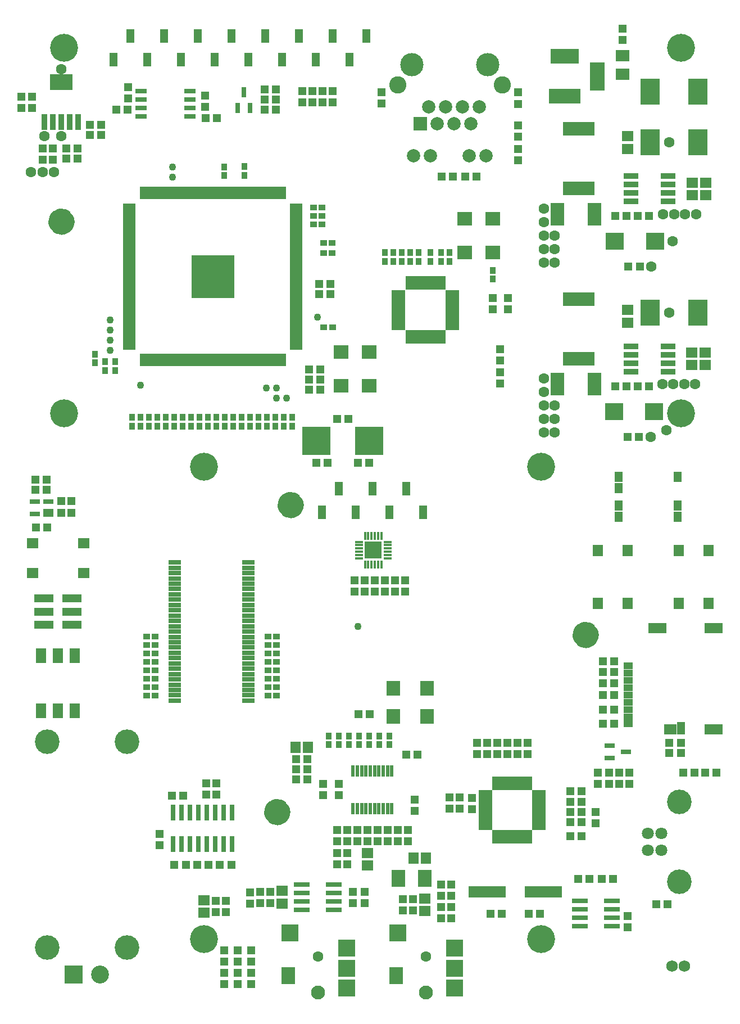
<source format=gts>
%FSLAX42Y42*%
%MOMM*%
G71*
G01*
G75*
G04 Layer_Color=8388736*
%ADD10C,1.00*%
%ADD11C,0.25*%
%ADD12R,1.00X1.10*%
%ADD13R,0.60X2.20*%
%ADD14R,1.10X1.00*%
%ADD15C,0.90*%
%ADD16R,2.00X1.80*%
%ADD17R,4.10X4.10*%
%ADD18R,1.55X1.30*%
%ADD19R,1.50X2.15*%
%ADD20R,2.30X2.30*%
%ADD21R,0.25X1.00*%
%ADD22R,1.00X0.25*%
%ADD23R,2.20X0.60*%
%ADD24R,0.30X1.75*%
%ADD25R,1.75X0.30*%
%ADD26R,6.20X6.20*%
%ADD27R,1.35X0.60*%
%ADD28R,1.35X1.00*%
%ADD29R,1.40X0.60*%
%ADD30R,1.50X0.60*%
%ADD31R,1.85X0.35*%
%ADD32R,0.35X1.55*%
%ADD33R,1.80X0.30*%
%ADD34R,0.30X1.80*%
%ADD35R,2.03X0.66*%
%ADD36R,2.75X1.00*%
%ADD37R,1.02X1.91*%
%ADD38R,2.45X2.40*%
%ADD39R,1.80X2.40*%
%ADD40R,1.70X0.50*%
%ADD41R,2.79X3.81*%
%ADD42R,4.60X1.80*%
%ADD43R,1.80X1.60*%
%ADD44R,2.55X2.45*%
%ADD45R,1.50X1.30*%
%ADD46R,1.80X3.20*%
%ADD47R,3.30X2.20*%
%ADD48R,0.65X2.20*%
%ADD49R,5.50X1.50*%
%ADD50R,1.80X2.00*%
%ADD51R,1.30X1.50*%
%ADD52R,0.70X0.90*%
%ADD53R,0.90X0.70*%
%ADD54R,1.00X1.40*%
%ADD55R,1.30X1.55*%
%ADD56R,0.60X1.40*%
%ADD57R,2.50X1.30*%
%ADD58R,1.00X1.70*%
%ADD59R,1.70X1.30*%
%ADD60R,1.20X0.80*%
%ADD61C,0.51*%
%ADD62C,0.64*%
%ADD63C,1.02*%
%ADD64C,2.50*%
%ADD65R,2.50X2.50*%
%ADD66C,3.30*%
%ADD67C,1.80*%
%ADD68R,1.80X1.80*%
%ADD69R,4.00X2.00*%
%ADD70R,2.00X4.00*%
%ADD71R,4.50X2.00*%
%ADD72C,3.50*%
%ADD73C,1.60*%
%ADD74C,1.90*%
%ADD75C,1.40*%
%ADD76C,2.40*%
%ADD77C,1.52*%
%ADD78C,0.60*%
%ADD79C,0.66*%
%ADD80C,4.00*%
%ADD81C,0.76*%
%ADD82C,2.52*%
%ADD83C,4.32*%
%ADD84C,2.12*%
%ADD85O,4.52X2.02*%
%ADD86C,2.02*%
%ADD87C,2.92*%
%ADD88C,2.42*%
%ADD89C,1.92*%
%ADD90C,1.32*%
%ADD91C,1.82*%
%ADD92C,3.52*%
%ADD93C,3.32*%
%ADD94O,4.02X2.02*%
%ADD95O,2.02X4.02*%
%ADD96C,2.73*%
%ADD97C,1.35*%
%ADD98R,1.80X1.25*%
%ADD99C,0.10*%
%ADD100C,0.25*%
%ADD101C,0.20*%
%ADD102C,0.60*%
%ADD103C,0.13*%
%ADD104C,0.03*%
%ADD105C,0.10*%
%ADD106C,0.55*%
%ADD107C,0.15*%
%ADD108R,1.42X0.36*%
%ADD109R,0.36X1.42*%
%ADD110R,2.51X8.92*%
%ADD111C,3.39*%
%ADD112R,1.20X1.30*%
%ADD113R,0.80X2.40*%
%ADD114R,1.30X1.20*%
%ADD115C,1.10*%
%ADD116R,2.20X2.00*%
%ADD117R,4.30X4.30*%
%ADD118R,1.75X1.50*%
%ADD119R,1.65X2.30*%
%ADD120R,2.50X2.50*%
%ADD121R,0.45X1.20*%
%ADD122R,1.20X0.45*%
%ADD123R,2.40X0.80*%
%ADD124R,0.50X1.95*%
%ADD125R,1.95X0.50*%
%ADD126R,6.40X6.40*%
%ADD127R,1.55X0.80*%
%ADD128R,1.55X1.20*%
%ADD129R,1.60X0.80*%
%ADD130R,1.70X0.80*%
%ADD131R,2.05X0.55*%
%ADD132R,0.55X1.75*%
%ADD133R,2.00X0.50*%
%ADD134R,0.50X2.00*%
%ADD135R,2.24X0.86*%
%ADD136R,2.95X1.20*%
%ADD137R,1.22X2.11*%
%ADD138R,2.65X2.60*%
%ADD139R,2.00X2.60*%
%ADD140R,1.90X0.70*%
%ADD141R,3.00X4.01*%
%ADD142R,4.80X2.00*%
%ADD143R,2.00X1.80*%
%ADD144R,2.75X2.65*%
%ADD145R,1.70X1.50*%
%ADD146R,2.00X3.40*%
%ADD147R,3.50X2.40*%
%ADD148R,0.85X2.40*%
%ADD149R,5.70X1.70*%
%ADD150R,2.00X2.20*%
%ADD151R,1.50X1.70*%
%ADD152R,0.90X1.10*%
%ADD153R,1.10X0.90*%
%ADD154R,1.20X1.60*%
%ADD155R,1.50X1.75*%
%ADD156R,0.80X1.60*%
%ADD157R,2.70X1.50*%
%ADD158R,1.20X1.90*%
%ADD159R,1.90X1.50*%
%ADD160R,1.40X1.00*%
%ADD161C,2.70*%
%ADD162R,2.70X2.70*%
%ADD163C,3.50*%
%ADD164C,2.00*%
%ADD165R,2.00X2.00*%
%ADD166R,4.20X2.20*%
%ADD167R,2.20X4.20*%
%ADD168R,4.70X2.20*%
%ADD169C,3.70*%
%ADD170C,1.80*%
%ADD171C,2.10*%
%ADD172C,1.60*%
%ADD173C,2.60*%
%ADD174C,1.73*%
%ADD175C,4.20*%
D111*
X843Y11836D02*
G03*
X843Y11836I-30J0D01*
G01*
X4094Y2946D02*
G03*
X4094Y2946I-30J0D01*
G01*
X8742Y5613D02*
G03*
X8742Y5613I-30J0D01*
G01*
X4297Y7569D02*
G03*
X4297Y7569I-30J0D01*
G01*
D112*
X3670Y869D02*
D03*
Y699D02*
D03*
X3467Y869D02*
D03*
Y699D02*
D03*
X3264Y869D02*
D03*
Y699D02*
D03*
Y526D02*
D03*
Y356D02*
D03*
X3467Y526D02*
D03*
Y356D02*
D03*
X3670Y526D02*
D03*
Y356D02*
D03*
X7544Y10513D02*
D03*
Y10683D02*
D03*
X2995Y3379D02*
D03*
X3147D02*
D03*
X7696Y13284D02*
D03*
Y13114D02*
D03*
Y12758D02*
D03*
Y12928D02*
D03*
X7419Y9400D02*
D03*
Y9570D02*
D03*
Y9913D02*
D03*
Y9743D02*
D03*
X7696Y13611D02*
D03*
X5634Y13616D02*
D03*
X7309Y10683D02*
D03*
Y10513D02*
D03*
X3147Y3209D02*
D03*
X2995D02*
D03*
X2296Y2617D02*
D03*
Y2447D02*
D03*
X9368Y3367D02*
D03*
Y3537D02*
D03*
X8898D02*
D03*
Y3367D02*
D03*
X9215Y3537D02*
D03*
Y3367D02*
D03*
X9063Y3537D02*
D03*
Y3367D02*
D03*
X2980Y13734D02*
D03*
Y13564D02*
D03*
X1816Y13691D02*
D03*
Y13861D02*
D03*
X4903Y13801D02*
D03*
Y13631D02*
D03*
X4445Y13801D02*
D03*
Y13631D02*
D03*
X4598Y13631D02*
D03*
Y13801D02*
D03*
X4750Y13631D02*
D03*
Y13801D02*
D03*
X5385Y6265D02*
D03*
Y6435D02*
D03*
X5537Y6265D02*
D03*
Y6435D02*
D03*
X5690Y6265D02*
D03*
Y6435D02*
D03*
X5842Y6265D02*
D03*
Y6435D02*
D03*
X5232Y6265D02*
D03*
Y6435D02*
D03*
X960Y7626D02*
D03*
Y7456D02*
D03*
X808Y7626D02*
D03*
Y7456D02*
D03*
X9271Y14571D02*
D03*
Y14741D02*
D03*
X681Y12940D02*
D03*
Y12770D02*
D03*
X366Y13717D02*
D03*
Y13547D02*
D03*
X213Y13717D02*
D03*
Y13547D02*
D03*
X529Y12940D02*
D03*
Y12770D02*
D03*
X8865Y2952D02*
D03*
Y2782D02*
D03*
X7839Y3819D02*
D03*
Y3989D02*
D03*
X7686Y3819D02*
D03*
Y3989D02*
D03*
X7534Y3819D02*
D03*
Y3989D02*
D03*
X7381Y3819D02*
D03*
Y3989D02*
D03*
X7229Y3819D02*
D03*
Y3989D02*
D03*
X7076Y3819D02*
D03*
Y3989D02*
D03*
X9346Y1209D02*
D03*
Y1379D02*
D03*
X6998Y2991D02*
D03*
Y3161D02*
D03*
X6813Y2996D02*
D03*
Y3166D02*
D03*
X6660Y2996D02*
D03*
Y3166D02*
D03*
X5207Y1579D02*
D03*
Y1749D02*
D03*
X5118Y2506D02*
D03*
Y2676D02*
D03*
Y2163D02*
D03*
Y2333D02*
D03*
X4966Y2506D02*
D03*
Y2676D02*
D03*
Y2163D02*
D03*
Y2333D02*
D03*
X3137Y1609D02*
D03*
Y1439D02*
D03*
X3289Y1609D02*
D03*
Y1439D02*
D03*
X3658Y1736D02*
D03*
Y1566D02*
D03*
X3962Y1579D02*
D03*
Y1749D02*
D03*
X3810Y1579D02*
D03*
Y1749D02*
D03*
X5271Y2506D02*
D03*
Y2676D02*
D03*
X6689Y1687D02*
D03*
Y1857D02*
D03*
X5423Y2506D02*
D03*
Y2676D02*
D03*
X6537Y1687D02*
D03*
Y1857D02*
D03*
Y1344D02*
D03*
Y1514D02*
D03*
X6689Y1514D02*
D03*
Y1344D02*
D03*
X5575Y2506D02*
D03*
Y2676D02*
D03*
X6033D02*
D03*
Y2506D02*
D03*
X5880Y2676D02*
D03*
Y2506D02*
D03*
X5728Y2676D02*
D03*
Y2506D02*
D03*
X6108Y1638D02*
D03*
Y1468D02*
D03*
X5956Y1638D02*
D03*
Y1468D02*
D03*
X4757Y3372D02*
D03*
Y3202D02*
D03*
X6134Y3133D02*
D03*
Y2963D02*
D03*
X5994Y6435D02*
D03*
Y6265D02*
D03*
X7696Y13781D02*
D03*
X5634Y13786D02*
D03*
X4991Y3374D02*
D03*
Y3204D02*
D03*
X5385Y1749D02*
D03*
Y1579D02*
D03*
D113*
X2753Y2943D02*
D03*
X2880D02*
D03*
X2499Y2463D02*
D03*
X2626D02*
D03*
X2753D02*
D03*
X2880D02*
D03*
X3007D02*
D03*
X3134D02*
D03*
X3261D02*
D03*
X3388D02*
D03*
X2499Y2943D02*
D03*
X2626D02*
D03*
X3007D02*
D03*
X3134D02*
D03*
X3261D02*
D03*
X3388D02*
D03*
D114*
X7068Y12517D02*
D03*
X6898D02*
D03*
X6542D02*
D03*
X6712D02*
D03*
X9948Y1560D02*
D03*
X9778D02*
D03*
X2475Y3192D02*
D03*
X2645D02*
D03*
X2859Y2151D02*
D03*
X3029D02*
D03*
X2516D02*
D03*
X2686D02*
D03*
X3202D02*
D03*
X3372D02*
D03*
X10181Y3537D02*
D03*
X10350D02*
D03*
X10682D02*
D03*
X10512D02*
D03*
X1642Y13526D02*
D03*
X1812D02*
D03*
X3158Y13399D02*
D03*
X2988D02*
D03*
X4698Y10894D02*
D03*
X4868D02*
D03*
X4868Y10742D02*
D03*
X4698D02*
D03*
X588Y7795D02*
D03*
X418D02*
D03*
X4542Y9608D02*
D03*
X4712D02*
D03*
X4967Y8862D02*
D03*
X5137D02*
D03*
X4712Y9303D02*
D03*
X4542D02*
D03*
X4712Y9455D02*
D03*
X4542D02*
D03*
X588Y7948D02*
D03*
X418D02*
D03*
X4652Y8202D02*
D03*
X4822D02*
D03*
X5452D02*
D03*
X5282D02*
D03*
X431Y7236D02*
D03*
X601D02*
D03*
X9669Y11923D02*
D03*
X9499D02*
D03*
X9527Y11161D02*
D03*
X9357D02*
D03*
X9326Y11923D02*
D03*
X9156D02*
D03*
X9669Y9357D02*
D03*
X9499D02*
D03*
X9514Y8595D02*
D03*
X9344D02*
D03*
X9326Y9357D02*
D03*
X9156D02*
D03*
X889Y12789D02*
D03*
X1059D02*
D03*
X1414Y13294D02*
D03*
X1244D02*
D03*
X1244Y13142D02*
D03*
X1414D02*
D03*
X1059Y12941D02*
D03*
X889D02*
D03*
X8647Y2952D02*
D03*
X8477D02*
D03*
X8647Y3104D02*
D03*
X8477D02*
D03*
X8602Y1938D02*
D03*
X8772D02*
D03*
X8957D02*
D03*
X9127D02*
D03*
X8647Y2586D02*
D03*
X8477D02*
D03*
X8028Y1415D02*
D03*
X7858D02*
D03*
X7279D02*
D03*
X7449D02*
D03*
X8647Y3257D02*
D03*
X8477D02*
D03*
X8477Y2799D02*
D03*
X8647D02*
D03*
X6181Y3810D02*
D03*
X6011D02*
D03*
X5457Y4417D02*
D03*
X5287D02*
D03*
X4351Y3442D02*
D03*
X4521D02*
D03*
X4351Y3747D02*
D03*
X4521D02*
D03*
X4351Y3594D02*
D03*
X4521D02*
D03*
X8970Y5220D02*
D03*
X9140D02*
D03*
X4047Y13825D02*
D03*
X3877D02*
D03*
X4047Y13520D02*
D03*
X3877D02*
D03*
X4047Y13672D02*
D03*
X3877D02*
D03*
X8970Y5055D02*
D03*
X9140D02*
D03*
X9975Y3988D02*
D03*
X10145D02*
D03*
Y3835D02*
D03*
X9975D02*
D03*
X9140Y4890D02*
D03*
X8970D02*
D03*
X9140Y4705D02*
D03*
X8970D02*
D03*
X9140Y4485D02*
D03*
X8970D02*
D03*
X9140Y4275D02*
D03*
X8970D02*
D03*
D115*
X2489Y12662D02*
D03*
Y12510D02*
D03*
X4674Y10401D02*
D03*
X4051Y9335D02*
D03*
Y9182D02*
D03*
X4204D02*
D03*
X3899Y9335D02*
D03*
X1550Y10356D02*
D03*
Y10203D02*
D03*
Y10051D02*
D03*
Y9899D02*
D03*
X2007Y9373D02*
D03*
X5283Y5740D02*
D03*
D116*
X6889Y11882D02*
D03*
Y11374D02*
D03*
X7309D02*
D03*
Y11882D02*
D03*
X5447Y9362D02*
D03*
Y9870D02*
D03*
X5027D02*
D03*
Y9362D02*
D03*
D117*
X5452Y8532D02*
D03*
X4652D02*
D03*
D118*
X376Y6995D02*
D03*
X1146Y6993D02*
D03*
Y6545D02*
D03*
X376D02*
D03*
D119*
X1011Y4476D02*
D03*
X757D02*
D03*
X503D02*
D03*
Y5301D02*
D03*
X757D02*
D03*
X1011D02*
D03*
D120*
X5512Y6891D02*
D03*
D121*
X5637Y6675D02*
D03*
X5587D02*
D03*
X5487D02*
D03*
X5387D02*
D03*
Y7106D02*
D03*
X5437D02*
D03*
X5487D02*
D03*
X5537D02*
D03*
X5587D02*
D03*
X5637D02*
D03*
X5437Y6675D02*
D03*
X5537D02*
D03*
D122*
X5296Y6816D02*
D03*
Y6866D02*
D03*
Y6916D02*
D03*
Y6966D02*
D03*
Y7016D02*
D03*
X5727D02*
D03*
Y6966D02*
D03*
Y6916D02*
D03*
Y6866D02*
D03*
Y6816D02*
D03*
Y6766D02*
D03*
X5296D02*
D03*
D123*
X9104Y1231D02*
D03*
Y1358D02*
D03*
Y1485D02*
D03*
Y1612D02*
D03*
X8624Y1231D02*
D03*
Y1358D02*
D03*
Y1485D02*
D03*
Y1612D02*
D03*
X4435Y1854D02*
D03*
Y1727D02*
D03*
Y1600D02*
D03*
Y1473D02*
D03*
X4915Y1854D02*
D03*
Y1727D02*
D03*
Y1600D02*
D03*
Y1473D02*
D03*
D124*
X4169Y12266D02*
D03*
X4119D02*
D03*
X4069D02*
D03*
X4019D02*
D03*
X3919D02*
D03*
X3869D02*
D03*
X3819D02*
D03*
X3769D02*
D03*
X3719D02*
D03*
X3669D02*
D03*
X3619D02*
D03*
X3569D02*
D03*
X3519D02*
D03*
X3469D02*
D03*
X3419D02*
D03*
X3369D02*
D03*
X3319D02*
D03*
X3269D02*
D03*
X3219D02*
D03*
X3169D02*
D03*
X3119D02*
D03*
X3069D02*
D03*
X3019D02*
D03*
X2969D02*
D03*
X2919D02*
D03*
X2869D02*
D03*
X2819D02*
D03*
X2769D02*
D03*
X2719D02*
D03*
X2669D02*
D03*
X2619D02*
D03*
X2569D02*
D03*
X2519D02*
D03*
X2469D02*
D03*
X2419D02*
D03*
X2369D02*
D03*
X2319D02*
D03*
X2269D02*
D03*
X2219D02*
D03*
X2169D02*
D03*
X2119D02*
D03*
X2069D02*
D03*
X2019D02*
D03*
Y9751D02*
D03*
X2069D02*
D03*
X2119D02*
D03*
X2219D02*
D03*
X2269D02*
D03*
X2319D02*
D03*
X2369D02*
D03*
X2419D02*
D03*
X2469D02*
D03*
X2519D02*
D03*
X2569D02*
D03*
X2619D02*
D03*
X2669D02*
D03*
X2719D02*
D03*
X2769D02*
D03*
X2819D02*
D03*
X2869D02*
D03*
X2919D02*
D03*
X2969D02*
D03*
X3019D02*
D03*
X3069D02*
D03*
X3119D02*
D03*
X3169D02*
D03*
X3219D02*
D03*
X3269D02*
D03*
X3319D02*
D03*
X3369D02*
D03*
X3419D02*
D03*
X3469D02*
D03*
X3519D02*
D03*
X3569D02*
D03*
X3619D02*
D03*
X3669D02*
D03*
X3719D02*
D03*
X3769D02*
D03*
X3819D02*
D03*
X3869D02*
D03*
X3919D02*
D03*
X3969D02*
D03*
X4019D02*
D03*
X4069D02*
D03*
X4119D02*
D03*
X4169D02*
D03*
X2169D02*
D03*
X3969Y12266D02*
D03*
D125*
X1836Y12083D02*
D03*
Y12033D02*
D03*
Y11983D02*
D03*
Y11933D02*
D03*
Y11883D02*
D03*
Y11833D02*
D03*
Y11783D02*
D03*
Y11733D02*
D03*
Y11683D02*
D03*
Y11633D02*
D03*
Y11583D02*
D03*
Y11533D02*
D03*
Y11483D02*
D03*
Y11433D02*
D03*
Y11383D02*
D03*
Y11333D02*
D03*
Y11283D02*
D03*
Y11233D02*
D03*
Y11183D02*
D03*
Y11133D02*
D03*
Y11083D02*
D03*
Y11033D02*
D03*
Y10983D02*
D03*
Y10933D02*
D03*
Y10883D02*
D03*
Y10833D02*
D03*
Y10783D02*
D03*
Y10733D02*
D03*
Y10683D02*
D03*
Y10633D02*
D03*
Y10583D02*
D03*
Y10533D02*
D03*
Y10483D02*
D03*
Y10433D02*
D03*
Y10383D02*
D03*
Y10233D02*
D03*
Y10183D02*
D03*
Y10033D02*
D03*
Y9983D02*
D03*
Y9933D02*
D03*
X4351D02*
D03*
Y9983D02*
D03*
Y10033D02*
D03*
Y10083D02*
D03*
Y10133D02*
D03*
Y10183D02*
D03*
Y10233D02*
D03*
Y10283D02*
D03*
Y10333D02*
D03*
Y10383D02*
D03*
Y10433D02*
D03*
Y10483D02*
D03*
Y10533D02*
D03*
Y10583D02*
D03*
Y10633D02*
D03*
Y10683D02*
D03*
Y10733D02*
D03*
Y10783D02*
D03*
Y10833D02*
D03*
Y10883D02*
D03*
Y10933D02*
D03*
Y10983D02*
D03*
Y11033D02*
D03*
Y11083D02*
D03*
Y11133D02*
D03*
Y11183D02*
D03*
Y11233D02*
D03*
Y11283D02*
D03*
Y11333D02*
D03*
Y11383D02*
D03*
Y11433D02*
D03*
Y11483D02*
D03*
Y11533D02*
D03*
Y11583D02*
D03*
Y11633D02*
D03*
Y11683D02*
D03*
Y11733D02*
D03*
Y11783D02*
D03*
Y11833D02*
D03*
Y11883D02*
D03*
Y11933D02*
D03*
Y11983D02*
D03*
Y12033D02*
D03*
Y12083D02*
D03*
X1836Y10333D02*
D03*
Y10283D02*
D03*
Y10133D02*
D03*
Y10083D02*
D03*
D126*
X3094Y11008D02*
D03*
D127*
X412Y7432D02*
D03*
Y7624D02*
D03*
X618D02*
D03*
D128*
Y7452D02*
D03*
D129*
X9316Y3852D02*
D03*
X9076Y3757D02*
D03*
Y3947D02*
D03*
D130*
X2011Y13806D02*
D03*
Y13679D02*
D03*
Y13552D02*
D03*
Y13425D02*
D03*
X2746Y13806D02*
D03*
Y13679D02*
D03*
Y13552D02*
D03*
Y13425D02*
D03*
D131*
X5892Y2050D02*
D03*
Y2000D02*
D03*
Y1950D02*
D03*
Y1900D02*
D03*
Y1850D02*
D03*
X6292Y2050D02*
D03*
Y2000D02*
D03*
Y1950D02*
D03*
Y1900D02*
D03*
Y1850D02*
D03*
D132*
X5208Y2997D02*
D03*
X5272D02*
D03*
X5338D02*
D03*
X5403D02*
D03*
X5467D02*
D03*
X5533D02*
D03*
X5597D02*
D03*
X5662D02*
D03*
X5728D02*
D03*
X5792D02*
D03*
X5208Y3567D02*
D03*
X5272D02*
D03*
X5338D02*
D03*
X5403D02*
D03*
X5467D02*
D03*
X5533D02*
D03*
X5597D02*
D03*
X5662D02*
D03*
X5728D02*
D03*
X5792D02*
D03*
D133*
X8009Y2702D02*
D03*
Y2752D02*
D03*
Y2802D02*
D03*
Y2852D02*
D03*
Y2902D02*
D03*
Y2952D02*
D03*
Y3002D02*
D03*
Y3052D02*
D03*
Y3102D02*
D03*
Y3152D02*
D03*
Y3202D02*
D03*
Y3252D02*
D03*
X7199D02*
D03*
Y3202D02*
D03*
Y3152D02*
D03*
Y3102D02*
D03*
Y3052D02*
D03*
Y3002D02*
D03*
Y2952D02*
D03*
Y2902D02*
D03*
Y2852D02*
D03*
Y2802D02*
D03*
Y2752D02*
D03*
Y2702D02*
D03*
X5892Y10783D02*
D03*
Y10733D02*
D03*
Y10683D02*
D03*
Y10633D02*
D03*
Y10583D02*
D03*
Y10533D02*
D03*
Y10483D02*
D03*
Y10433D02*
D03*
Y10383D02*
D03*
Y10333D02*
D03*
Y10283D02*
D03*
Y10233D02*
D03*
X6702D02*
D03*
Y10283D02*
D03*
Y10333D02*
D03*
Y10383D02*
D03*
Y10433D02*
D03*
Y10483D02*
D03*
Y10533D02*
D03*
Y10583D02*
D03*
Y10633D02*
D03*
Y10683D02*
D03*
Y10733D02*
D03*
Y10783D02*
D03*
D134*
X7879Y3382D02*
D03*
X7829D02*
D03*
X7779D02*
D03*
X7729D02*
D03*
X7679D02*
D03*
X7629D02*
D03*
X7579D02*
D03*
X7529D02*
D03*
X7479D02*
D03*
X7429D02*
D03*
X7379D02*
D03*
X7329D02*
D03*
Y2572D02*
D03*
X7379D02*
D03*
X7429D02*
D03*
X7479D02*
D03*
X7529D02*
D03*
X7579D02*
D03*
X7629D02*
D03*
X7679D02*
D03*
X7729D02*
D03*
X7779D02*
D03*
X7829D02*
D03*
X7879D02*
D03*
X6022Y10103D02*
D03*
X6072D02*
D03*
X6122D02*
D03*
X6172D02*
D03*
X6222D02*
D03*
X6272D02*
D03*
X6322D02*
D03*
X6372D02*
D03*
X6422D02*
D03*
X6472D02*
D03*
X6522D02*
D03*
X6572D02*
D03*
Y10913D02*
D03*
X6522D02*
D03*
X6472D02*
D03*
X6422D02*
D03*
X6372D02*
D03*
X6322D02*
D03*
X6272D02*
D03*
X6222D02*
D03*
X6172D02*
D03*
X6122D02*
D03*
X6072D02*
D03*
X6022D02*
D03*
D135*
X9393Y9954D02*
D03*
Y9827D02*
D03*
Y9700D02*
D03*
Y9573D02*
D03*
X9952Y9954D02*
D03*
Y9827D02*
D03*
Y9700D02*
D03*
Y9573D02*
D03*
X9393Y12520D02*
D03*
Y12393D02*
D03*
Y12266D02*
D03*
Y12139D02*
D03*
X9952Y12520D02*
D03*
Y12393D02*
D03*
Y12266D02*
D03*
Y12139D02*
D03*
D136*
X548Y6166D02*
D03*
Y5966D02*
D03*
Y5766D02*
D03*
X973Y6166D02*
D03*
Y5966D02*
D03*
Y5766D02*
D03*
D137*
X5156Y14272D02*
D03*
X5410Y14628D02*
D03*
X4648Y14272D02*
D03*
X4902Y14628D02*
D03*
X4140Y14272D02*
D03*
X4394Y14628D02*
D03*
X3632Y14272D02*
D03*
X3886Y14628D02*
D03*
X3124Y14272D02*
D03*
X3378Y14628D02*
D03*
X2616Y14272D02*
D03*
X2870Y14628D02*
D03*
X2362D02*
D03*
X1854D02*
D03*
X2108Y14272D02*
D03*
X1600D02*
D03*
X6262Y7460D02*
D03*
X5754D02*
D03*
X6008Y7816D02*
D03*
X5500D02*
D03*
X4992D02*
D03*
X5246Y7460D02*
D03*
X4738D02*
D03*
D138*
X5115Y898D02*
D03*
Y598D02*
D03*
X4260Y1128D02*
D03*
X5115Y298D02*
D03*
X6740Y898D02*
D03*
Y598D02*
D03*
X5885Y1128D02*
D03*
X6740Y298D02*
D03*
D139*
X4228Y488D02*
D03*
X5853D02*
D03*
D140*
X2523Y6705D02*
D03*
Y6625D02*
D03*
Y6545D02*
D03*
Y6465D02*
D03*
Y6385D02*
D03*
Y6305D02*
D03*
Y6225D02*
D03*
Y6145D02*
D03*
Y6065D02*
D03*
Y5985D02*
D03*
Y5905D02*
D03*
Y5825D02*
D03*
Y5745D02*
D03*
Y5665D02*
D03*
Y5585D02*
D03*
Y5505D02*
D03*
Y5425D02*
D03*
Y5345D02*
D03*
Y5265D02*
D03*
Y5185D02*
D03*
Y5105D02*
D03*
Y5025D02*
D03*
Y4945D02*
D03*
Y4865D02*
D03*
Y4785D02*
D03*
Y4705D02*
D03*
Y4625D02*
D03*
X3628Y6705D02*
D03*
Y6625D02*
D03*
Y6545D02*
D03*
Y6465D02*
D03*
Y6385D02*
D03*
Y6305D02*
D03*
Y6225D02*
D03*
Y6145D02*
D03*
Y6065D02*
D03*
Y5985D02*
D03*
Y5905D02*
D03*
Y5825D02*
D03*
Y5745D02*
D03*
Y5665D02*
D03*
Y5585D02*
D03*
Y5505D02*
D03*
Y5425D02*
D03*
Y5345D02*
D03*
Y5265D02*
D03*
Y5185D02*
D03*
Y5105D02*
D03*
Y5025D02*
D03*
Y4945D02*
D03*
Y4865D02*
D03*
Y4785D02*
D03*
Y4705D02*
D03*
Y4625D02*
D03*
D141*
X10399Y13028D02*
D03*
X9685D02*
D03*
X10399Y13790D02*
D03*
X9685D02*
D03*
X10399Y10462D02*
D03*
X9685D02*
D03*
D142*
X8606Y12336D02*
D03*
Y13236D02*
D03*
Y9771D02*
D03*
Y10671D02*
D03*
D143*
X9271Y14339D02*
D03*
Y14059D02*
D03*
D144*
X9154Y11542D02*
D03*
X9759D02*
D03*
X9142Y8976D02*
D03*
X9746D02*
D03*
D145*
X10320Y12234D02*
D03*
Y12424D02*
D03*
X10524Y12234D02*
D03*
Y12424D02*
D03*
X9342Y12933D02*
D03*
Y13123D02*
D03*
X10308Y9675D02*
D03*
Y9865D02*
D03*
X10514Y9675D02*
D03*
Y9865D02*
D03*
X9342Y10316D02*
D03*
Y10506D02*
D03*
X2959Y1619D02*
D03*
Y1429D02*
D03*
X4140Y1569D02*
D03*
Y1759D02*
D03*
X5423Y2140D02*
D03*
Y2330D02*
D03*
X6287Y1644D02*
D03*
Y1454D02*
D03*
D146*
X8288Y11948D02*
D03*
X8848D02*
D03*
X8288Y9395D02*
D03*
X8848D02*
D03*
D147*
X808Y13935D02*
D03*
D148*
X1062Y13335D02*
D03*
X935D02*
D03*
X808D02*
D03*
X681D02*
D03*
X554D02*
D03*
D149*
X8076Y1745D02*
D03*
X7226D02*
D03*
D150*
X5812Y4810D02*
D03*
Y4390D02*
D03*
X6320Y4810D02*
D03*
Y4390D02*
D03*
D151*
X6116Y2257D02*
D03*
X6306D02*
D03*
X4341Y3924D02*
D03*
X4531D02*
D03*
D152*
X3145Y8889D02*
D03*
Y8759D02*
D03*
X3018Y8889D02*
D03*
Y8759D02*
D03*
X2891Y8889D02*
D03*
Y8759D02*
D03*
X2764Y8889D02*
D03*
Y8759D02*
D03*
X2637Y8889D02*
D03*
Y8759D02*
D03*
X2510Y8889D02*
D03*
Y8759D02*
D03*
X2383Y8889D02*
D03*
Y8759D02*
D03*
X2256Y8889D02*
D03*
Y8759D02*
D03*
X2129Y8889D02*
D03*
Y8759D02*
D03*
X2002Y8889D02*
D03*
Y8759D02*
D03*
X1875Y8889D02*
D03*
Y8759D02*
D03*
X1621Y9727D02*
D03*
Y9597D02*
D03*
X1468Y9727D02*
D03*
Y9597D02*
D03*
X1316Y9841D02*
D03*
Y9711D02*
D03*
X4161Y8889D02*
D03*
Y8759D02*
D03*
X3272Y8759D02*
D03*
Y8889D02*
D03*
X3653Y8889D02*
D03*
Y8759D02*
D03*
X3399Y8759D02*
D03*
Y8889D02*
D03*
X3526Y8889D02*
D03*
Y8759D02*
D03*
X3780Y8889D02*
D03*
Y8759D02*
D03*
X3907Y8889D02*
D03*
Y8759D02*
D03*
X4034Y8889D02*
D03*
Y8759D02*
D03*
X4288Y8759D02*
D03*
Y8889D02*
D03*
X5685Y11238D02*
D03*
Y11368D02*
D03*
X3269Y12661D02*
D03*
Y12531D02*
D03*
X3569Y12665D02*
D03*
Y12535D02*
D03*
X6662Y11238D02*
D03*
Y11368D02*
D03*
X6535Y11238D02*
D03*
Y11368D02*
D03*
X6370Y11238D02*
D03*
Y11368D02*
D03*
X6193Y11238D02*
D03*
Y11368D02*
D03*
X6066Y11238D02*
D03*
Y11368D02*
D03*
X5939Y11238D02*
D03*
Y11368D02*
D03*
X5812Y11238D02*
D03*
Y11368D02*
D03*
X7309Y10971D02*
D03*
Y11101D02*
D03*
X5144Y3961D02*
D03*
Y4091D02*
D03*
X5601Y3961D02*
D03*
Y4091D02*
D03*
X5296Y3961D02*
D03*
Y4091D02*
D03*
X5448Y3961D02*
D03*
Y4091D02*
D03*
X4991Y3961D02*
D03*
Y4091D02*
D03*
X4839Y3961D02*
D03*
Y4091D02*
D03*
X5753Y3961D02*
D03*
Y4091D02*
D03*
D153*
X3923Y4699D02*
D03*
X4053D02*
D03*
X3923Y4826D02*
D03*
X4053D02*
D03*
X3923Y4953D02*
D03*
X4053D02*
D03*
X3923Y5080D02*
D03*
X4053D02*
D03*
X3923Y5207D02*
D03*
X4053D02*
D03*
X3923Y5334D02*
D03*
X4053D02*
D03*
X3923Y5461D02*
D03*
X4053D02*
D03*
X3923Y5588D02*
D03*
X4053D02*
D03*
X2224D02*
D03*
X2094D02*
D03*
X2224Y5461D02*
D03*
X2094D02*
D03*
X2224Y5334D02*
D03*
X2094D02*
D03*
X2224Y5207D02*
D03*
X2094D02*
D03*
X2224Y5080D02*
D03*
X2094D02*
D03*
X2224Y4953D02*
D03*
X2094D02*
D03*
X2224Y4826D02*
D03*
X2094D02*
D03*
X2224Y4699D02*
D03*
X2094D02*
D03*
X4767Y10244D02*
D03*
X4897D02*
D03*
X4609Y11925D02*
D03*
X4739D02*
D03*
X4609Y11798D02*
D03*
X4739D02*
D03*
X4891Y11367D02*
D03*
X4761D02*
D03*
X4739Y12052D02*
D03*
X4609D02*
D03*
X4891Y11519D02*
D03*
X4761D02*
D03*
D154*
X9207Y7396D02*
D03*
Y7566D02*
D03*
X10097D02*
D03*
Y7396D02*
D03*
Y7996D02*
D03*
X9207D02*
D03*
Y7826D02*
D03*
D155*
X8897Y6883D02*
D03*
Y6088D02*
D03*
X9347D02*
D03*
Y6883D02*
D03*
X10114Y6881D02*
D03*
Y6086D02*
D03*
X10564D02*
D03*
Y6881D02*
D03*
D156*
X3467Y13545D02*
D03*
X3657D02*
D03*
X3562Y13785D02*
D03*
D157*
X10640Y4190D02*
D03*
Y5716D02*
D03*
X9790D02*
D03*
D158*
X10145Y4210D02*
D03*
D159*
X9985Y4190D02*
D03*
D160*
X9350Y4705D02*
D03*
Y4815D02*
D03*
Y4375D02*
D03*
Y4485D02*
D03*
Y4595D02*
D03*
Y4925D02*
D03*
Y5035D02*
D03*
Y5145D02*
D03*
Y4275D02*
D03*
D161*
X1398Y505D02*
D03*
D162*
X998D02*
D03*
D163*
X6095Y14202D02*
D03*
X7238D02*
D03*
D164*
X7213Y12830D02*
D03*
X6959D02*
D03*
X6374D02*
D03*
X6120D02*
D03*
X7111Y13567D02*
D03*
X6984Y13313D02*
D03*
X6857Y13567D02*
D03*
X6730Y13313D02*
D03*
X6476D02*
D03*
X6603Y13567D02*
D03*
X6349D02*
D03*
D165*
X6222Y13313D02*
D03*
D166*
X8394Y14330D02*
D03*
D167*
X8884Y14025D02*
D03*
D168*
X8394Y13730D02*
D03*
D169*
X10124Y3103D02*
D03*
Y1899D02*
D03*
X1798Y4005D02*
D03*
X598D02*
D03*
X1798Y905D02*
D03*
X598D02*
D03*
D170*
X9853Y2376D02*
D03*
Y2626D02*
D03*
X9653Y2376D02*
D03*
Y2626D02*
D03*
D171*
X4678Y228D02*
D03*
X6303D02*
D03*
D172*
X4678Y768D02*
D03*
X6303D02*
D03*
X699Y12581D02*
D03*
X356D02*
D03*
X529D02*
D03*
X9881Y11951D02*
D03*
X10376D02*
D03*
X10363Y9391D02*
D03*
X10198D02*
D03*
X10033D02*
D03*
X9868D02*
D03*
X10211Y11951D02*
D03*
X10046D02*
D03*
X8083Y11826D02*
D03*
Y12030D02*
D03*
Y11623D02*
D03*
Y11217D02*
D03*
Y11420D02*
D03*
X8248Y11217D02*
D03*
Y11420D02*
D03*
Y11623D02*
D03*
X10020Y11544D02*
D03*
X9703Y11163D02*
D03*
X9969Y13030D02*
D03*
Y10465D02*
D03*
X9690Y8598D02*
D03*
X9931Y8700D02*
D03*
X8248Y9071D02*
D03*
Y8867D02*
D03*
Y8664D02*
D03*
X8083Y8867D02*
D03*
Y8664D02*
D03*
Y9071D02*
D03*
Y9477D02*
D03*
Y9274D02*
D03*
X554Y13127D02*
D03*
X808Y14130D02*
D03*
Y13127D02*
D03*
D173*
X5879Y13897D02*
D03*
X7454D02*
D03*
D174*
X10014Y631D02*
D03*
X10204D02*
D03*
D175*
X8040Y1034D02*
D03*
X2960D02*
D03*
Y8146D02*
D03*
X8040D02*
D03*
X10150Y14450D02*
D03*
X850D02*
D03*
Y8950D02*
D03*
X10150D02*
D03*
M02*

</source>
